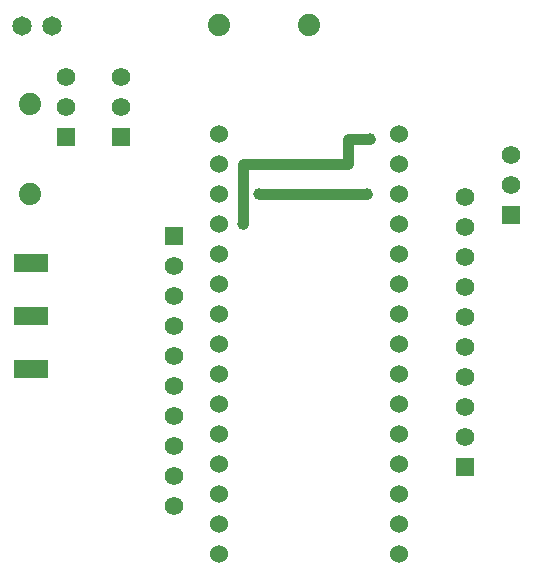
<source format=gtl>
G04 Layer: TopLayer*
G04 EasyEDA v6.5.1, 2022-03-27 12:15:46*
G04 81ae687aecaa4b249005c4e09973505a,10*
G04 Gerber Generator version 0.2*
G04 Scale: 100 percent, Rotated: No, Reflected: No *
G04 Dimensions in millimeters *
G04 leading zeros omitted , absolute positions ,4 integer and 5 decimal *
%FSLAX45Y45*%
%MOMM*%

%ADD11C,0.9000*%
%ADD12C,1.0000*%
%ADD13C,1.5240*%
%ADD14C,1.5748*%
%ADD15R,1.5748X1.5748*%
%ADD16C,1.6510*%
%ADD17C,1.8796*%
%ADD18R,3.0000X1.6000*%

%LPD*%
D11*
X4127500Y3505200D02*
G01*
X5041900Y3505200D01*
X4876800Y3759200D02*
G01*
X4876800Y3975100D01*
X5067300Y3975100D01*
X3987800Y3251200D02*
G01*
X3987800Y3759200D01*
X4876800Y3759200D01*
D13*
G01*
X3784600Y4013200D03*
G01*
X3784600Y3759200D03*
G01*
X3784600Y3505200D03*
G01*
X3784600Y3251200D03*
G01*
X3784600Y2997200D03*
G01*
X3784600Y2743200D03*
G01*
X3784600Y2489200D03*
G01*
X3784600Y2235200D03*
G01*
X3784600Y1981200D03*
G01*
X3784600Y1727200D03*
G01*
X3784600Y1473200D03*
G01*
X3784600Y1219200D03*
G01*
X3784600Y965200D03*
G01*
X3784600Y711200D03*
G01*
X3784600Y457200D03*
G01*
X5308600Y457200D03*
G01*
X5308600Y711200D03*
G01*
X5308600Y965200D03*
G01*
X5308600Y1219200D03*
G01*
X5308600Y1473200D03*
G01*
X5308600Y1727200D03*
G01*
X5308600Y1981200D03*
G01*
X5308600Y2235200D03*
G01*
X5308600Y2489200D03*
G01*
X5308600Y2743200D03*
G01*
X5308600Y2997200D03*
G01*
X5308600Y3251200D03*
G01*
X5308600Y3505200D03*
G01*
X5308600Y3759200D03*
G01*
X5308600Y4013200D03*
D14*
G01*
X6261100Y3835400D03*
G01*
X6261100Y3581400D03*
D15*
G01*
X6261100Y3327400D03*
D16*
G01*
X2374900Y4927600D03*
G01*
X2120900Y4927600D03*
D17*
G01*
X4546600Y4940300D03*
G01*
X3784600Y4940300D03*
G01*
X2184400Y4267200D03*
G01*
X2184400Y3505200D03*
D18*
G01*
X2197100Y2926486D03*
G01*
X2197100Y2476500D03*
G01*
X2197100Y2026488D03*
D14*
G01*
X2959100Y4495800D03*
G01*
X2959100Y4241800D03*
D15*
G01*
X2959100Y3987800D03*
D14*
G01*
X2489200Y4495800D03*
G01*
X2489200Y4241800D03*
D15*
G01*
X2489200Y3987800D03*
D14*
G01*
X3403600Y863600D03*
G01*
X3403600Y1117600D03*
G01*
X3403600Y1371600D03*
G01*
X3403600Y1625600D03*
G01*
X3403600Y1879600D03*
G01*
X3403600Y2133600D03*
G01*
X3403600Y2387600D03*
G01*
X3403600Y2641600D03*
G01*
X3403600Y2895600D03*
D15*
G01*
X3403600Y3149600D03*
D14*
G01*
X5867400Y3479800D03*
G01*
X5867400Y3225800D03*
G01*
X5867400Y2971800D03*
G01*
X5867400Y2717800D03*
G01*
X5867400Y2463800D03*
G01*
X5867400Y2209800D03*
G01*
X5867400Y1955800D03*
G01*
X5867400Y1701800D03*
G01*
X5867400Y1447800D03*
D15*
G01*
X5867400Y1193800D03*
D12*
G01*
X4127500Y3505200D03*
G01*
X5041900Y3505200D03*
G01*
X3987800Y3251200D03*
G01*
X5067300Y3975100D03*
M02*

</source>
